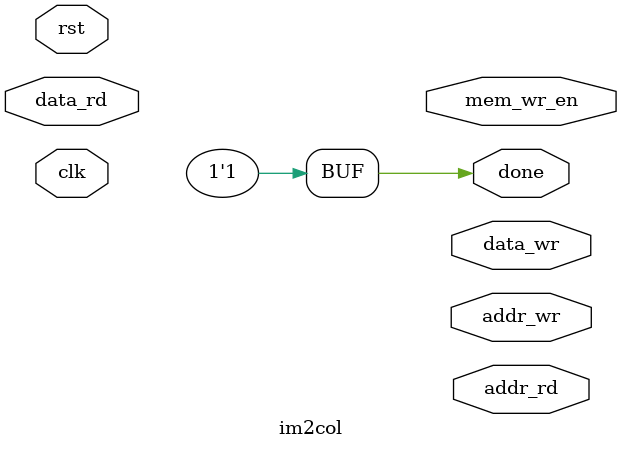
<source format=v>
`timescale 1ns / 1ps
module im2col #(
    parameter IMG_W = 8,
    parameter IMG_H = 8,
    parameter DATA_WIDTH = 8,
    parameter ADDR_WIDTH = 32,
    parameter FILTER_SIZE = 3,
    parameter IMG_BASE = 16'h0000,
    parameter IM2COL_BASE = 16'h2000
) (
    input clk,
    input rst,
    input [DATA_WIDTH-1:0] data_rd,
    output [DATA_WIDTH-1:0] data_wr,
    output [ADDR_WIDTH-1:0] addr_wr,
    output [ADDR_WIDTH-1:0] addr_rd,
    output reg done,
    output reg mem_wr_en
);

assign done = 1;

endmodule
</source>
